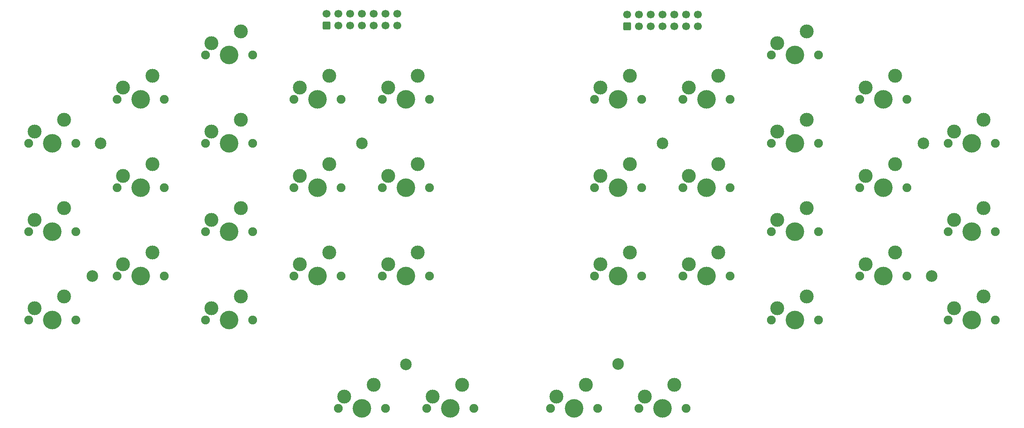
<source format=gts>
%TF.GenerationSoftware,KiCad,Pcbnew,(6.0.6-1)-1*%
%TF.CreationDate,2022-07-19T11:22:44+08:00*%
%TF.ProjectId,34a,3334612e-6b69-4636-9164-5f7063625858,3.1*%
%TF.SameCoordinates,PX7616b68PY48ab840*%
%TF.FileFunction,Soldermask,Top*%
%TF.FilePolarity,Negative*%
%FSLAX46Y46*%
G04 Gerber Fmt 4.6, Leading zero omitted, Abs format (unit mm)*
G04 Created by KiCad (PCBNEW (6.0.6-1)-1) date 2022-07-19 11:22:44*
%MOMM*%
%LPD*%
G01*
G04 APERTURE LIST*
G04 Aperture macros list*
%AMRoundRect*
0 Rectangle with rounded corners*
0 $1 Rounding radius*
0 $2 $3 $4 $5 $6 $7 $8 $9 X,Y pos of 4 corners*
0 Add a 4 corners polygon primitive as box body*
4,1,4,$2,$3,$4,$5,$6,$7,$8,$9,$2,$3,0*
0 Add four circle primitives for the rounded corners*
1,1,$1+$1,$2,$3*
1,1,$1+$1,$4,$5*
1,1,$1+$1,$6,$7*
1,1,$1+$1,$8,$9*
0 Add four rect primitives between the rounded corners*
20,1,$1+$1,$2,$3,$4,$5,0*
20,1,$1+$1,$4,$5,$6,$7,0*
20,1,$1+$1,$6,$7,$8,$9,0*
20,1,$1+$1,$8,$9,$2,$3,0*%
G04 Aperture macros list end*
%ADD10C,1.900000*%
%ADD11C,3.000000*%
%ADD12C,4.000000*%
%ADD13C,2.500000*%
%ADD14RoundRect,0.250000X0.600000X-0.600000X0.600000X0.600000X-0.600000X0.600000X-0.600000X-0.600000X0*%
%ADD15C,1.700000*%
G04 APERTURE END LIST*
D10*
%TO.C,SW1*%
X-71755000Y0D03*
D11*
X-70485000Y2540000D03*
X-64135000Y5080000D03*
D10*
X-61595000Y0D03*
D12*
X-66675000Y0D03*
%TD*%
D10*
%TO.C,SW7*%
X69215000Y9525000D03*
X79375000Y9525000D03*
D11*
X70485000Y12065000D03*
D12*
X74295000Y9525000D03*
D11*
X76835000Y14605000D03*
%TD*%
D10*
%TO.C,SW8*%
X88265000Y19050000D03*
D11*
X89535000Y21590000D03*
X95885000Y24130000D03*
D10*
X98425000Y19050000D03*
D12*
X93345000Y19050000D03*
%TD*%
D11*
%TO.C,SW2*%
X-45085000Y14605000D03*
D10*
X-42545000Y9525000D03*
X-52705000Y9525000D03*
D12*
X-47625000Y9525000D03*
D11*
X-51435000Y12065000D03*
%TD*%
D10*
%TO.C,SW3*%
X-23495000Y19050000D03*
D11*
X-26035000Y24130000D03*
X-32385000Y21590000D03*
D10*
X-33655000Y19050000D03*
D12*
X-28575000Y19050000D03*
%TD*%
D10*
%TO.C,SW4*%
X-14605000Y9525000D03*
D11*
X-6985000Y14605000D03*
D10*
X-4445000Y9525000D03*
D11*
X-13335000Y12065000D03*
D12*
X-9525000Y9525000D03*
%TD*%
D10*
%TO.C,SW5*%
X14605000Y9525000D03*
D11*
X12065000Y14605000D03*
X5715000Y12065000D03*
D10*
X4445000Y9525000D03*
D12*
X9525000Y9525000D03*
%TD*%
D10*
%TO.C,SW9*%
X107315000Y9525000D03*
D12*
X112395000Y9525000D03*
D10*
X117475000Y9525000D03*
D11*
X114935000Y14605000D03*
X108585000Y12065000D03*
%TD*%
%TO.C,SW10*%
X127635000Y2540000D03*
X133985000Y5080000D03*
D10*
X136525000Y0D03*
D12*
X131445000Y0D03*
D10*
X126365000Y0D03*
%TD*%
%TO.C,SW11*%
X-61595000Y-19050000D03*
D11*
X-70485000Y-16510000D03*
X-64135000Y-13970000D03*
D10*
X-71755000Y-19050000D03*
D12*
X-66675000Y-19050000D03*
%TD*%
%TO.C,SW13*%
X-28575000Y0D03*
D10*
X-33655000Y0D03*
D11*
X-32385000Y2540000D03*
X-26035000Y5080000D03*
D10*
X-23495000Y0D03*
%TD*%
D11*
%TO.C,SW14*%
X-6985000Y-4445000D03*
X-13335000Y-6985000D03*
D10*
X-4445000Y-9525000D03*
D12*
X-9525000Y-9525000D03*
D10*
X-14605000Y-9525000D03*
%TD*%
D11*
%TO.C,SW15*%
X5715000Y-6985000D03*
D12*
X9525000Y-9525000D03*
D10*
X4445000Y-9525000D03*
X14605000Y-9525000D03*
D11*
X12065000Y-4445000D03*
%TD*%
%TO.C,SW16*%
X51435000Y-6985000D03*
X57785000Y-4445000D03*
D10*
X50165000Y-9525000D03*
D12*
X55245000Y-9525000D03*
D10*
X60325000Y-9525000D03*
%TD*%
D11*
%TO.C,SW17*%
X76835000Y-4445000D03*
X70485000Y-6985000D03*
D10*
X79375000Y-9525000D03*
X69215000Y-9525000D03*
D12*
X74295000Y-9525000D03*
%TD*%
D11*
%TO.C,SW22*%
X-51435000Y-26035000D03*
X-45085000Y-23495000D03*
D12*
X-47625000Y-28575000D03*
D10*
X-42545000Y-28575000D03*
X-52705000Y-28575000D03*
%TD*%
%TO.C,SW23*%
X-23495000Y-19050000D03*
X-33655000Y-19050000D03*
D12*
X-28575000Y-19050000D03*
D11*
X-32385000Y-16510000D03*
X-26035000Y-13970000D03*
%TD*%
D13*
%TO.C,H1*%
X-56261000Y0D03*
%TD*%
%TO.C,H2*%
X-58039000Y-28575000D03*
%TD*%
%TO.C,H3*%
X0Y0D03*
%TD*%
D14*
%TO.C,J1*%
X-7620000Y25400000D03*
D15*
X-7620000Y27940000D03*
X-5080000Y25400000D03*
X-5080000Y27940000D03*
X-2540000Y25400000D03*
X-2540000Y27940000D03*
X0Y25400000D03*
X0Y27940000D03*
X2540000Y25400000D03*
X2540000Y27940000D03*
X5080000Y25400000D03*
X5080000Y27940000D03*
X7620000Y25400000D03*
X7620000Y27940000D03*
%TD*%
D11*
%TO.C,SW28*%
X95885000Y-13970000D03*
D12*
X93345000Y-19050000D03*
D11*
X89535000Y-16510000D03*
D10*
X88265000Y-19050000D03*
X98425000Y-19050000D03*
%TD*%
D13*
%TO.C,H6*%
X55245000Y-47523400D03*
%TD*%
D10*
%TO.C,SW33*%
X40640000Y-57150000D03*
D11*
X48260000Y-52070000D03*
D12*
X45720000Y-57150000D03*
D11*
X41910000Y-54610000D03*
D10*
X50800000Y-57150000D03*
%TD*%
D11*
%TO.C,SW20*%
X133985000Y-13970000D03*
D10*
X126365000Y-19050000D03*
D12*
X131445000Y-19050000D03*
D10*
X136525000Y-19050000D03*
D11*
X127635000Y-16510000D03*
%TD*%
%TO.C,SW19*%
X114935000Y-4445000D03*
D12*
X112395000Y-9525000D03*
D10*
X107315000Y-9525000D03*
D11*
X108585000Y-6985000D03*
D10*
X117475000Y-9525000D03*
%TD*%
%TO.C,SW26*%
X50165000Y-28575000D03*
D12*
X55245000Y-28575000D03*
D11*
X51435000Y-26035000D03*
D10*
X60325000Y-28575000D03*
D11*
X57785000Y-23495000D03*
%TD*%
%TO.C,SW31*%
X2540000Y-52070000D03*
D10*
X-5080000Y-57150000D03*
D12*
X0Y-57150000D03*
D10*
X5080000Y-57150000D03*
D11*
X-3810000Y-54610000D03*
%TD*%
%TO.C,SW34*%
X67310000Y-52070000D03*
D10*
X59690000Y-57150000D03*
D11*
X60960000Y-54610000D03*
D12*
X64770000Y-57150000D03*
D10*
X69850000Y-57150000D03*
%TD*%
D11*
%TO.C,SW27*%
X70485000Y-26035000D03*
X76835000Y-23495000D03*
D12*
X74295000Y-28575000D03*
D10*
X79375000Y-28575000D03*
X69215000Y-28575000D03*
%TD*%
D14*
%TO.C,J2*%
X57150000Y25282500D03*
D15*
X57150000Y27822500D03*
X59690000Y25282500D03*
X59690000Y27822500D03*
X62230000Y25282500D03*
X62230000Y27822500D03*
X64770000Y25282500D03*
X64770000Y27822500D03*
X67310000Y25282500D03*
X67310000Y27822500D03*
X69850000Y25282500D03*
X69850000Y27822500D03*
X72390000Y25282500D03*
X72390000Y27822500D03*
%TD*%
D12*
%TO.C,SW29*%
X112395000Y-28575000D03*
D11*
X114935000Y-23495000D03*
D10*
X107315000Y-28575000D03*
D11*
X108585000Y-26035000D03*
D10*
X117475000Y-28575000D03*
%TD*%
D13*
%TO.C,H4*%
X121031000Y0D03*
%TD*%
D12*
%TO.C,SW37*%
X-28575000Y-38100000D03*
D11*
X-32385000Y-35560000D03*
X-26035000Y-33020000D03*
D10*
X-23495000Y-38100000D03*
X-33655000Y-38100000D03*
%TD*%
D13*
%TO.C,H7*%
X122809000Y-28575000D03*
%TD*%
D10*
%TO.C,SW24*%
X-4445000Y-28575000D03*
D11*
X-6985000Y-23495000D03*
X-13335000Y-26035000D03*
D10*
X-14605000Y-28575000D03*
D12*
X-9525000Y-28575000D03*
%TD*%
%TO.C,SW21*%
X-66675000Y-38100000D03*
D10*
X-71755000Y-38100000D03*
X-61595000Y-38100000D03*
D11*
X-70485000Y-35560000D03*
X-64135000Y-33020000D03*
%TD*%
%TO.C,SW25*%
X12065000Y-23495000D03*
D12*
X9525000Y-28575000D03*
D10*
X4445000Y-28575000D03*
X14605000Y-28575000D03*
D11*
X5715000Y-26035000D03*
%TD*%
D10*
%TO.C,SW30*%
X126365000Y-38100000D03*
X136525000Y-38100000D03*
D11*
X127635000Y-35560000D03*
X133985000Y-33020000D03*
D12*
X131445000Y-38100000D03*
%TD*%
D10*
%TO.C,SW12*%
X-52705000Y-9525000D03*
D12*
X-47625000Y-9525000D03*
D10*
X-42545000Y-9525000D03*
D11*
X-45085000Y-4445000D03*
X-51435000Y-6985000D03*
%TD*%
D10*
%TO.C,SW6*%
X60325000Y9525000D03*
D11*
X51435000Y12065000D03*
X57785000Y14605000D03*
D10*
X50165000Y9525000D03*
D12*
X55245000Y9525000D03*
%TD*%
D13*
%TO.C,H8*%
X64770000Y0D03*
%TD*%
%TO.C,H5*%
X9525000Y-47625000D03*
%TD*%
D11*
%TO.C,SW18*%
X95885000Y5080000D03*
D10*
X98425000Y0D03*
X88265000Y0D03*
D11*
X89535000Y2540000D03*
D12*
X93345000Y0D03*
%TD*%
D11*
%TO.C,SW32*%
X21590000Y-52070000D03*
D10*
X24130000Y-57150000D03*
D12*
X19050000Y-57150000D03*
D10*
X13970000Y-57150000D03*
D11*
X15240000Y-54610000D03*
%TD*%
%TO.C,SW38*%
X89535000Y-35560000D03*
D12*
X93345000Y-38100000D03*
D11*
X95885000Y-33020000D03*
D10*
X98425000Y-38100000D03*
X88265000Y-38100000D03*
%TD*%
M02*

</source>
